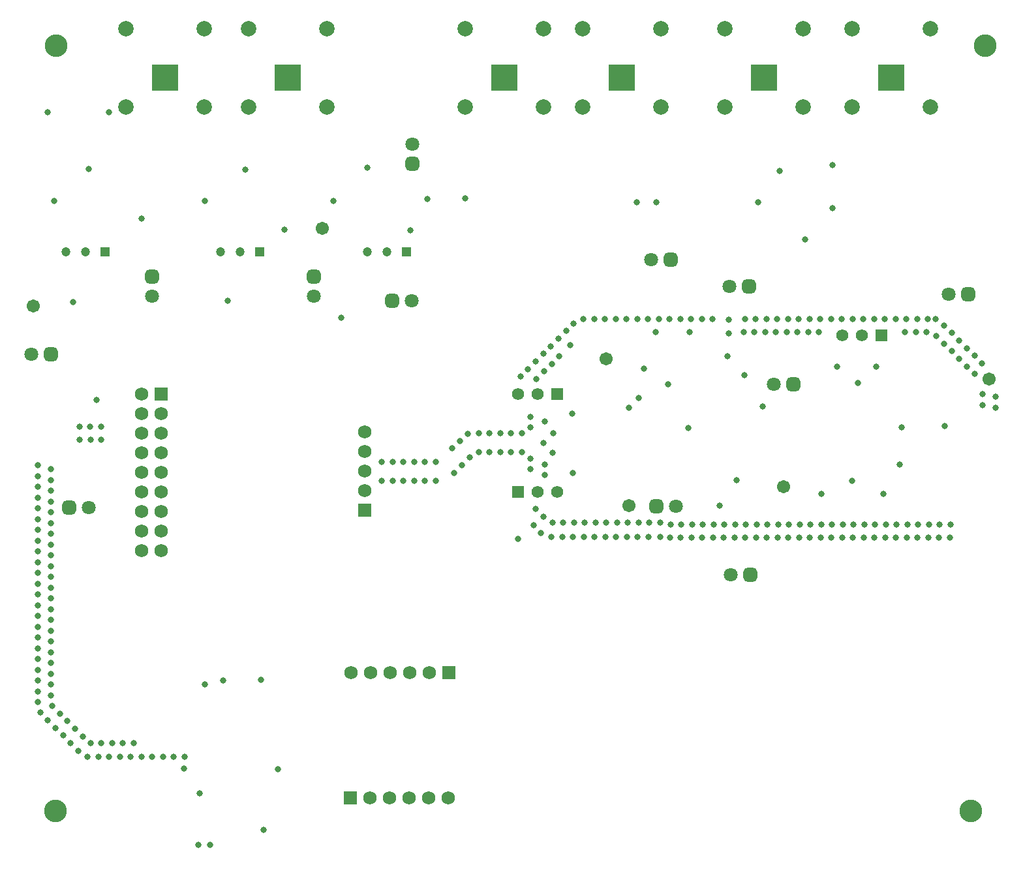
<source format=gbs>
G04*
G04 #@! TF.GenerationSoftware,Altium Limited,Altium Designer,22.7.1 (60)*
G04*
G04 Layer_Color=16711935*
%FSLAX44Y44*%
%MOMM*%
G71*
G04*
G04 #@! TF.SameCoordinates,34B7A8A0-57E4-4CCA-9FD8-BF788A575D18*
G04*
G04*
G04 #@! TF.FilePolarity,Negative*
G04*
G01*
G75*
%ADD53C,1.7032*%
%ADD54R,1.7532X1.7532*%
%ADD55C,1.7532*%
%ADD56C,2.9464*%
%ADD57C,1.8032*%
G04:AMPARAMS|DCode=58|XSize=1.8032mm|YSize=1.8032mm|CornerRadius=0.5016mm|HoleSize=0mm|Usage=FLASHONLY|Rotation=180.000|XOffset=0mm|YOffset=0mm|HoleType=Round|Shape=RoundedRectangle|*
%AMROUNDEDRECTD58*
21,1,1.8032,0.8000,0,0,180.0*
21,1,0.8000,1.8032,0,0,180.0*
1,1,1.0032,-0.4000,0.4000*
1,1,1.0032,0.4000,0.4000*
1,1,1.0032,0.4000,-0.4000*
1,1,1.0032,-0.4000,-0.4000*
%
%ADD58ROUNDEDRECTD58*%
G04:AMPARAMS|DCode=59|XSize=1.8032mm|YSize=1.8032mm|CornerRadius=0.5016mm|HoleSize=0mm|Usage=FLASHONLY|Rotation=90.000|XOffset=0mm|YOffset=0mm|HoleType=Round|Shape=RoundedRectangle|*
%AMROUNDEDRECTD59*
21,1,1.8032,0.8000,0,0,90.0*
21,1,0.8000,1.8032,0,0,90.0*
1,1,1.0032,0.4000,0.4000*
1,1,1.0032,0.4000,-0.4000*
1,1,1.0032,-0.4000,-0.4000*
1,1,1.0032,-0.4000,0.4000*
%
%ADD59ROUNDEDRECTD59*%
%ADD60R,1.5700X1.5700*%
%ADD61C,1.5700*%
%ADD62R,3.3500X3.3500*%
%ADD63C,2.0000*%
%ADD64R,1.2000X1.2000*%
%ADD65C,1.2000*%
%ADD66R,1.7532X1.7532*%
%ADD67C,0.8382*%
D53*
X29972Y716280D02*
D03*
X405130Y816610D02*
D03*
X773176Y647954D02*
D03*
X1003300Y481330D02*
D03*
X802640Y457200D02*
D03*
X1270000Y621030D02*
D03*
D54*
X441198Y77978D02*
D03*
X569468Y240030D02*
D03*
D55*
X466598Y77978D02*
D03*
X491998D02*
D03*
X517398D02*
D03*
X542798D02*
D03*
X568198D02*
D03*
X544068Y240030D02*
D03*
X518668D02*
D03*
X493268D02*
D03*
X467868D02*
D03*
X442468D02*
D03*
X195580Y576580D02*
D03*
Y551180D02*
D03*
Y525780D02*
D03*
Y500380D02*
D03*
Y474980D02*
D03*
Y449580D02*
D03*
Y424180D02*
D03*
Y398780D02*
D03*
X170180Y601980D02*
D03*
Y576580D02*
D03*
Y551180D02*
D03*
Y525780D02*
D03*
Y500380D02*
D03*
Y474980D02*
D03*
Y449580D02*
D03*
Y424180D02*
D03*
Y398780D02*
D03*
X459740Y552450D02*
D03*
Y527050D02*
D03*
Y501650D02*
D03*
Y476250D02*
D03*
D56*
X59436Y1054100D02*
D03*
X58674Y60452D02*
D03*
X1265174Y1054100D02*
D03*
X1246378Y60452D02*
D03*
D57*
X831850Y775970D02*
D03*
X1217930Y731012D02*
D03*
X521970Y925830D02*
D03*
X101600Y454660D02*
D03*
X934720Y367030D02*
D03*
X933450Y741680D02*
D03*
X184150Y728980D02*
D03*
X863600Y455930D02*
D03*
X520700Y722630D02*
D03*
X393700Y728980D02*
D03*
X990600Y614680D02*
D03*
X27432Y653542D02*
D03*
D58*
X857250Y775970D02*
D03*
X1243330Y731012D02*
D03*
X76200Y454660D02*
D03*
X960120Y367030D02*
D03*
X958850Y741680D02*
D03*
X838200Y455930D02*
D03*
X495300Y722630D02*
D03*
X1016000Y614680D02*
D03*
X52832Y653542D02*
D03*
D59*
X521970Y900430D02*
D03*
X184150Y754380D02*
D03*
X393700D02*
D03*
D60*
X659130Y474980D02*
D03*
X1130300Y678180D02*
D03*
X709930Y601980D02*
D03*
D61*
X684530Y474980D02*
D03*
X709930D02*
D03*
X1079500Y678180D02*
D03*
X1104900D02*
D03*
X659130Y601980D02*
D03*
X684530D02*
D03*
D62*
X641350Y1012825D02*
D03*
X793750D02*
D03*
X977900D02*
D03*
X1143000D02*
D03*
X360172D02*
D03*
X201422D02*
D03*
D63*
X590550Y974725D02*
D03*
Y1076325D02*
D03*
X692150Y974725D02*
D03*
Y1076325D02*
D03*
X742950Y974725D02*
D03*
Y1076325D02*
D03*
X844550Y974725D02*
D03*
Y1076325D02*
D03*
X927100Y974725D02*
D03*
Y1076325D02*
D03*
X1028700Y974725D02*
D03*
Y1076325D02*
D03*
X1092200Y974725D02*
D03*
Y1076325D02*
D03*
X1193800Y974725D02*
D03*
Y1076325D02*
D03*
X309372Y974725D02*
D03*
Y1076325D02*
D03*
X410972Y974725D02*
D03*
Y1076325D02*
D03*
X150622Y974725D02*
D03*
Y1076325D02*
D03*
X252222Y974725D02*
D03*
Y1076325D02*
D03*
D64*
X514350Y786130D02*
D03*
X323850D02*
D03*
X123190D02*
D03*
D65*
X488950D02*
D03*
X463550D02*
D03*
X298450D02*
D03*
X273050D02*
D03*
X97790D02*
D03*
X72390D02*
D03*
D66*
X195580Y601980D02*
D03*
X459740Y450850D02*
D03*
D67*
X822452Y634746D02*
D03*
X814324Y416052D02*
D03*
X800354D02*
D03*
X716534D02*
D03*
X828256D02*
D03*
X730504D02*
D03*
X744474D02*
D03*
X702564D02*
D03*
X758444D02*
D03*
X772414D02*
D03*
X786384D02*
D03*
X675542Y572558D02*
D03*
Y558588D02*
D03*
X664052Y550643D02*
D03*
X650082D02*
D03*
X636112D02*
D03*
X622142D02*
D03*
X608172D02*
D03*
X594208Y550238D02*
D03*
X583538Y541219D02*
D03*
X573660Y531341D02*
D03*
X552093Y513813D02*
D03*
X538123D02*
D03*
X524153D02*
D03*
X510183D02*
D03*
X496213D02*
D03*
X482243D02*
D03*
X482189Y489487D02*
D03*
X496159D02*
D03*
X510129D02*
D03*
X524099D02*
D03*
X538069D02*
D03*
X552039D02*
D03*
X576341Y499621D02*
D03*
X586219Y509499D02*
D03*
X596098Y519378D02*
D03*
X608222Y526317D02*
D03*
X622192D02*
D03*
X636162D02*
D03*
X650132D02*
D03*
X664102D02*
D03*
X675542Y518300D02*
D03*
Y504330D02*
D03*
X693518Y496709D02*
D03*
Y510679D02*
D03*
X691672Y538497D02*
D03*
X693518Y566314D02*
D03*
X885066Y432600D02*
D03*
X967812Y415760D02*
D03*
X1010796Y432600D02*
D03*
X843280Y416560D02*
D03*
X1093542Y415760D02*
D03*
X731591Y435274D02*
D03*
X1164465Y432600D02*
D03*
X870022Y415760D02*
D03*
X1094615Y432600D02*
D03*
X1205302Y415760D02*
D03*
X681878Y452479D02*
D03*
X1065602Y415760D02*
D03*
X981782D02*
D03*
X1192405Y432600D02*
D03*
X1066675D02*
D03*
X1079572Y415760D02*
D03*
X871096Y432600D02*
D03*
X1009722Y415760D02*
D03*
X1135452D02*
D03*
X1080646Y432600D02*
D03*
X1220346D02*
D03*
X759531Y435274D02*
D03*
X1219272Y415760D02*
D03*
X1108586Y432600D02*
D03*
X940946D02*
D03*
X968885D02*
D03*
X829381Y435274D02*
D03*
X1037662Y415760D02*
D03*
X1107512D02*
D03*
X1052706Y432600D02*
D03*
X801441Y435274D02*
D03*
X954915Y432600D02*
D03*
X925902Y415760D02*
D03*
X899035Y432600D02*
D03*
X996825D02*
D03*
X691757Y442601D02*
D03*
X913006Y432600D02*
D03*
X773501Y435274D02*
D03*
X1163392Y415760D02*
D03*
X815411Y435274D02*
D03*
X939872Y415760D02*
D03*
X1024765Y432600D02*
D03*
X843346Y434898D02*
D03*
X688983Y421559D02*
D03*
X911932Y415760D02*
D03*
X1122555Y432600D02*
D03*
X1191332Y415760D02*
D03*
X1206376Y432600D02*
D03*
X1038736D02*
D03*
X1177362Y415760D02*
D03*
X1178436Y432600D02*
D03*
X1136525D02*
D03*
X1051632Y415760D02*
D03*
X857125Y432600D02*
D03*
X703651Y435274D02*
D03*
X787471D02*
D03*
X883992Y415760D02*
D03*
X856052D02*
D03*
X953842D02*
D03*
X745561Y435274D02*
D03*
X679105Y431438D02*
D03*
X897962Y415760D02*
D03*
X1023692D02*
D03*
X717621Y435274D02*
D03*
X982856Y432600D02*
D03*
X926975D02*
D03*
X1121482Y415760D02*
D03*
X995752D02*
D03*
X1150496Y432600D02*
D03*
X1149422Y415760D02*
D03*
X837946Y682244D02*
D03*
X930656Y650748D02*
D03*
X347726Y114808D02*
D03*
X329184Y36576D02*
D03*
X325374Y230632D02*
D03*
X276098Y229870D02*
D03*
X252476Y225044D02*
D03*
X259842Y16510D02*
D03*
X245618Y83820D02*
D03*
X244348Y16764D02*
D03*
X225806Y115570D02*
D03*
X112014Y593852D02*
D03*
X117804Y559696D02*
D03*
X103834D02*
D03*
X89864D02*
D03*
X35934Y509284D02*
D03*
Y495314D02*
D03*
Y481344D02*
D03*
Y467374D02*
D03*
Y453404D02*
D03*
Y439434D02*
D03*
Y425464D02*
D03*
Y411494D02*
D03*
Y397524D02*
D03*
Y383554D02*
D03*
Y369584D02*
D03*
Y355614D02*
D03*
Y341644D02*
D03*
Y327674D02*
D03*
Y313704D02*
D03*
Y299734D02*
D03*
Y285764D02*
D03*
Y271794D02*
D03*
Y257824D02*
D03*
Y243854D02*
D03*
Y229884D02*
D03*
Y215914D02*
D03*
Y201944D02*
D03*
X39133Y188345D02*
D03*
X49011Y178467D02*
D03*
X58889Y168589D02*
D03*
X68767Y158710D02*
D03*
X78646Y148832D02*
D03*
X88524Y138954D02*
D03*
X100316Y131464D02*
D03*
X114286D02*
D03*
X128256D02*
D03*
X142226D02*
D03*
X156196D02*
D03*
X170166D02*
D03*
X184136D02*
D03*
X198106D02*
D03*
X212076D02*
D03*
X226046D02*
D03*
X160343Y148497D02*
D03*
X146373D02*
D03*
X132403D02*
D03*
X118433D02*
D03*
X104463D02*
D03*
X93913Y157654D02*
D03*
X84034Y167532D02*
D03*
X74156Y177410D02*
D03*
X64278Y187288D02*
D03*
X54399Y197167D02*
D03*
X52966Y211063D02*
D03*
Y225033D02*
D03*
Y239003D02*
D03*
Y252973D02*
D03*
Y266943D02*
D03*
Y280913D02*
D03*
Y294883D02*
D03*
Y308853D02*
D03*
Y322823D02*
D03*
Y336793D02*
D03*
Y350763D02*
D03*
Y364733D02*
D03*
Y378703D02*
D03*
Y392673D02*
D03*
Y406643D02*
D03*
Y420613D02*
D03*
Y434583D02*
D03*
Y448553D02*
D03*
Y462523D02*
D03*
Y476493D02*
D03*
Y490463D02*
D03*
Y504433D02*
D03*
X90354Y542664D02*
D03*
X104324D02*
D03*
X118294D02*
D03*
X853440Y614680D02*
D03*
X1191067Y699335D02*
D03*
X1177097D02*
D03*
X1163127D02*
D03*
X1149157D02*
D03*
X1135187D02*
D03*
X1121217D02*
D03*
X1107247D02*
D03*
X1093277D02*
D03*
X1079307D02*
D03*
X1065337D02*
D03*
X1051367D02*
D03*
X1037397D02*
D03*
X1023427D02*
D03*
X1009457D02*
D03*
X995487D02*
D03*
X981517D02*
D03*
X967547D02*
D03*
X953577D02*
D03*
X911667D02*
D03*
X897697D02*
D03*
X883727D02*
D03*
X869757D02*
D03*
X855787D02*
D03*
X841817D02*
D03*
X827847D02*
D03*
X813877D02*
D03*
X799907D02*
D03*
X785937D02*
D03*
X771967D02*
D03*
X757997D02*
D03*
X744027D02*
D03*
X731317Y693538D02*
D03*
X721438Y683660D02*
D03*
X711560Y673781D02*
D03*
X701682Y663903D02*
D03*
X691804Y654025D02*
D03*
X681925Y644146D02*
D03*
X672047Y634268D02*
D03*
X662169Y624390D02*
D03*
X683008Y621414D02*
D03*
X692886Y631292D02*
D03*
X702764Y641170D02*
D03*
X712643Y651049D02*
D03*
X881860Y682495D02*
D03*
X951710D02*
D03*
X965680D02*
D03*
X979650D02*
D03*
X993620D02*
D03*
X1007590D02*
D03*
X1021560D02*
D03*
X1035530D02*
D03*
X1049500D02*
D03*
X1161260D02*
D03*
X1175230D02*
D03*
X1189200D02*
D03*
X1202067Y677055D02*
D03*
X1211945Y667177D02*
D03*
X1221824Y657299D02*
D03*
X1231702Y647421D02*
D03*
X1241580Y637542D02*
D03*
X1251458Y627664D02*
D03*
X1261580Y601631D02*
D03*
Y587661D02*
D03*
X1278420Y584233D02*
D03*
Y598203D02*
D03*
X1261266Y641672D02*
D03*
X1251387Y651550D02*
D03*
X1241509Y661428D02*
D03*
X1231631Y671307D02*
D03*
X1221753Y681185D02*
D03*
X1211874Y691063D02*
D03*
X1200573Y699275D02*
D03*
X1073150Y637540D02*
D03*
X812800Y850900D02*
D03*
X838200D02*
D03*
X970280D02*
D03*
X998220Y891540D02*
D03*
X1066800Y843280D02*
D03*
Y899160D02*
D03*
X1031240Y802640D02*
D03*
X726440Y665480D02*
D03*
X802640Y584200D02*
D03*
X815340Y596900D02*
D03*
X932180Y698500D02*
D03*
Y680720D02*
D03*
X704850Y551180D02*
D03*
X728980Y576580D02*
D03*
X942340Y490220D02*
D03*
X976630Y585470D02*
D03*
X1092200Y488950D02*
D03*
X1099820Y615950D02*
D03*
X659130Y414020D02*
D03*
X730250Y499110D02*
D03*
X920750Y457200D02*
D03*
X880110Y557530D02*
D03*
X704088Y525780D02*
D03*
X952500Y626110D02*
D03*
X1052830Y472440D02*
D03*
X1132840D02*
D03*
X1156970Y558800D02*
D03*
X1154430Y510540D02*
D03*
X1123950Y637540D02*
D03*
X1212850Y560070D02*
D03*
X541020Y854710D02*
D03*
X590550Y855980D02*
D03*
X519430Y814070D02*
D03*
X463550Y895350D02*
D03*
X419100Y852170D02*
D03*
X281940Y722630D02*
D03*
X355600Y815340D02*
D03*
X304800Y892810D02*
D03*
X252730Y852170D02*
D03*
X429260Y701040D02*
D03*
X81280Y721360D02*
D03*
X170180Y829310D02*
D03*
X57150Y852170D02*
D03*
X101600Y894080D02*
D03*
X48260Y967740D02*
D03*
X128270D02*
D03*
M02*

</source>
